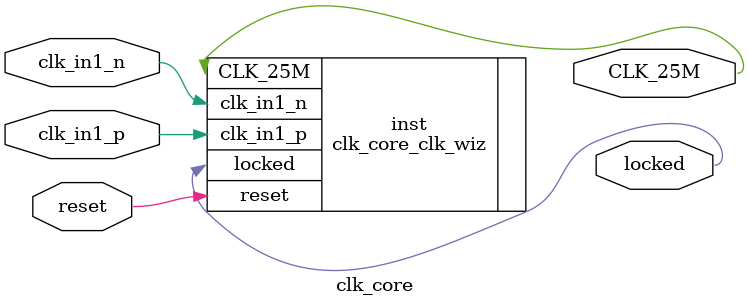
<source format=v>


`timescale 1ps/1ps

(* CORE_GENERATION_INFO = "clk_core,clk_wiz_v6_0_6_0_0,{component_name=clk_core,use_phase_alignment=true,use_min_o_jitter=false,use_max_i_jitter=false,use_dyn_phase_shift=false,use_inclk_switchover=false,use_dyn_reconfig=false,enable_axi=0,feedback_source=FDBK_AUTO,PRIMITIVE=MMCM,num_out_clk=1,clkin1_period=5.000,clkin2_period=10.0,use_power_down=false,use_reset=true,use_locked=true,use_inclk_stopped=false,feedback_type=SINGLE,CLOCK_MGR_TYPE=NA,manual_override=false}" *)

module clk_core 
 (
  // Clock out ports
  output        CLK_25M,
  // Status and control signals
  input         reset,
  output        locked,
 // Clock in ports
  input         clk_in1_p,
  input         clk_in1_n
 );

  clk_core_clk_wiz inst
  (
  // Clock out ports  
  .CLK_25M(CLK_25M),
  // Status and control signals               
  .reset(reset), 
  .locked(locked),
 // Clock in ports
  .clk_in1_p(clk_in1_p),
  .clk_in1_n(clk_in1_n)
  );

endmodule

</source>
